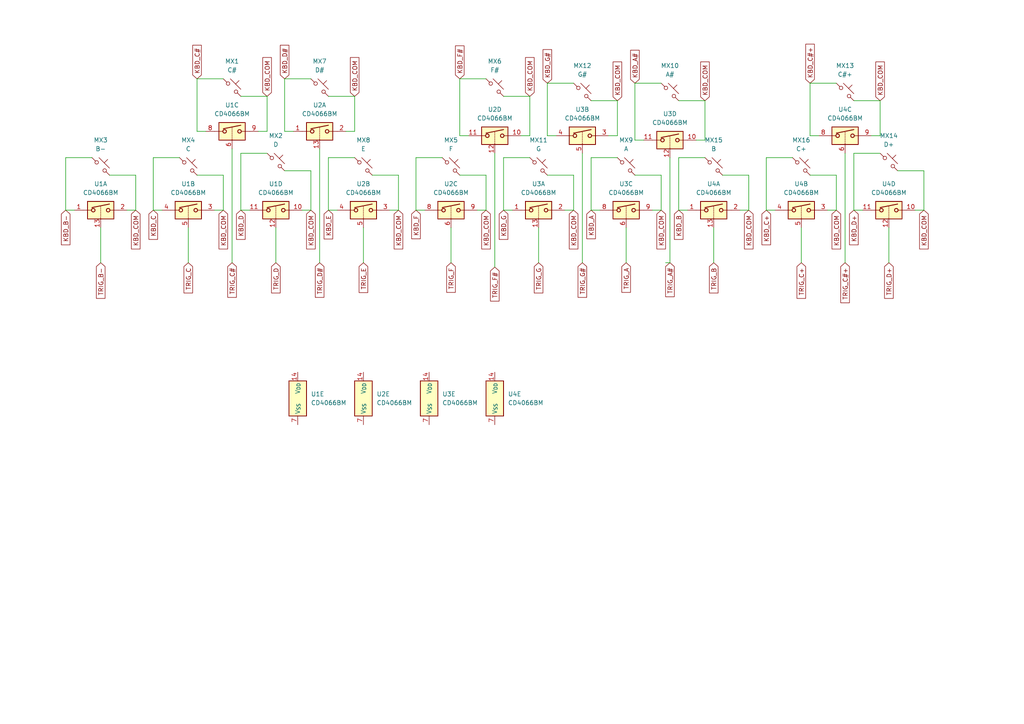
<source format=kicad_sch>
(kicad_sch (version 20231120) (generator "eeschema") (generator_version "8.0")
  (paper "A4")
  (title_block (title "Audio Thing Template") (rev "1.0") (company "velvia-fifty") (comment 1 "https://github.com/velvia-fifty/AudioThings") (comment 2 "You should have changed this already :)") (comment 4 "Stay humble"))
  (lib_symbols
    (symbol "Analog_Switch:CD4066BM"
      (property "Reference" "U" (at -5.08 3.81 0))
      (property "Value" "CD4066BM" (at 7.62 3.81 0))
      (symbol "CD4066BM_1_1"
        (rectangle (start -3.81 2.54) (end 3.81 -2.54) (stroke (width 0.254)) (fill (type background)))
        (circle (center -2.159 0) (radius 0.508) (stroke (width 0.254)))
        (polyline (pts (xy -5.08 0) (xy -2.794 0)))
        (polyline (pts (xy -2.54 0.762) (xy 2.54 1.778)) (stroke (width 0.254)))
        (polyline (pts (xy 0 -2.54) (xy 0 -2.032)))
        (polyline (pts (xy 0 -1.778) (xy 0 -1.524)))
        (polyline (pts (xy 0 -1.27) (xy 0 -1.016)))
        (polyline (pts (xy 0 -0.762) (xy 0 -0.508)))
        (polyline (pts (xy 0 -0.254) (xy 0 0)))
        (polyline (pts (xy 0 0.254) (xy 0 0.508)))
        (polyline (pts (xy 0 0.762) (xy 0 1.016)))
        (polyline (pts (xy 5.08 0) (xy 2.794 0)))
        (circle (center 2.159 0) (radius 0.508) (stroke (width 0.254)))
        (pin bidirectional line (at -7.62 0 0) (length 2.54) (name "~") (number "1"))
        (pin input line (at 0 -5.08 90) (length 2.54) (name "~") (number "13"))
        (pin bidirectional line (at 7.62 0 180) (length 2.54) (name "~") (number "2"))
      )
      (symbol "CD4066BM_2_1"
        (rectangle (start -3.81 2.54) (end 3.81 -2.54) (stroke (width 0.254)) (fill (type background)))
        (circle (center -2.159 0) (radius 0.508) (stroke (width 0.254)))
        (polyline (pts (xy -5.08 0) (xy -2.794 0)))
        (polyline (pts (xy -2.54 0.762) (xy 2.54 1.778)) (stroke (width 0.254)))
        (polyline (pts (xy 0 -2.54) (xy 0 -2.032)))
        (polyline (pts (xy 0 -1.778) (xy 0 -1.524)))
        (polyline (pts (xy 0 -1.27) (xy 0 -1.016)))
        (polyline (pts (xy 0 -0.762) (xy 0 -0.508)))
        (polyline (pts (xy 0 -0.254) (xy 0 0)))
        (polyline (pts (xy 0 0.254) (xy 0 0.508)))
        (polyline (pts (xy 0 0.762) (xy 0 1.016)))
        (polyline (pts (xy 5.08 0) (xy 2.794 0)))
        (circle (center 2.159 0) (radius 0.508) (stroke (width 0.254)))
        (pin bidirectional line (at 7.62 0 180) (length 2.54) (name "~") (number "3"))
        (pin bidirectional line (at -7.62 0 0) (length 2.54) (name "~") (number "4"))
        (pin input line (at 0 -5.08 90) (length 2.54) (name "~") (number "5"))
      )
      (symbol "CD4066BM_3_1"
        (rectangle (start -3.81 2.54) (end 3.81 -2.54) (stroke (width 0.254)) (fill (type background)))
        (circle (center -2.159 0) (radius 0.508) (stroke (width 0.254)))
        (polyline (pts (xy -5.08 0) (xy -2.794 0)))
        (polyline (pts (xy -2.54 0.762) (xy 2.54 1.778)) (stroke (width 0.254)))
        (polyline (pts (xy 0 -2.54) (xy 0 -2.032)))
        (polyline (pts (xy 0 -1.778) (xy 0 -1.524)))
        (polyline (pts (xy 0 -1.27) (xy 0 -1.016)))
        (polyline (pts (xy 0 -0.762) (xy 0 -0.508)))
        (polyline (pts (xy 0 -0.254) (xy 0 0)))
        (polyline (pts (xy 0 0.254) (xy 0 0.508)))
        (polyline (pts (xy 0 0.762) (xy 0 1.016)))
        (polyline (pts (xy 5.08 0) (xy 2.794 0)))
        (circle (center 2.159 0) (radius 0.508) (stroke (width 0.254)))
        (pin input line (at 0 -5.08 90) (length 2.54) (name "~") (number "6"))
        (pin bidirectional line (at -7.62 0 0) (length 2.54) (name "~") (number "8"))
        (pin bidirectional line (at 7.62 0 180) (length 2.54) (name "~") (number "9"))
      )
      (symbol "CD4066BM_4_1"
        (rectangle (start -3.81 2.54) (end 3.81 -2.54) (stroke (width 0.254)) (fill (type background)))
        (circle (center -2.159 0) (radius 0.508) (stroke (width 0.254)))
        (polyline (pts (xy -5.08 0) (xy -2.794 0)))
        (polyline (pts (xy -2.54 0.762) (xy 2.54 1.778)) (stroke (width 0.254)))
        (polyline (pts (xy 0 -2.54) (xy 0 -2.032)))
        (polyline (pts (xy 0 -1.778) (xy 0 -1.524)))
        (polyline (pts (xy 0 -1.27) (xy 0 -1.016)))
        (polyline (pts (xy 0 -0.762) (xy 0 -0.508)))
        (polyline (pts (xy 0 -0.254) (xy 0 0)))
        (polyline (pts (xy 0 0.254) (xy 0 0.508)))
        (polyline (pts (xy 0 0.762) (xy 0 1.016)))
        (polyline (pts (xy 5.08 0) (xy 2.794 0)))
        (circle (center 2.159 0) (radius 0.508) (stroke (width 0.254)))
        (pin bidirectional line (at 7.62 0 180) (length 2.54) (name "~") (number "10"))
        (pin bidirectional line (at -7.62 0 0) (length 2.54) (name "~") (number "11"))
        (pin input line (at 0 -5.08 90) (length 2.54) (name "~") (number "12"))
      )
      (symbol "CD4066BM_5_1"
        (rectangle (start -2.54 5.08) (end 2.54 -5.08) (stroke (width 0.254)) (fill (type background)))
        (pin power_in line (at 0 7.62 270) (length 2.54) (name "V_{DD}") (number "14"))
        (pin power_in line (at 0 -7.62 90) (length 2.54) (name "V_{SS}") (number "7"))
      )
    )
    (symbol "PCM_marbastlib-mx:MX_SW_HS_CPG151101S11" (pin_numbers hide) (pin_names (offset 1.016) hide)
      (property "Reference" "MX" (at 3.048 1.016 0))
      (property "Value" "MX_SW_HS" (at 0 -3.81 0))
      (symbol "MX_SW_HS_CPG151101S11_0_1"
        (circle (center -1.1684 1.1684) (radius 0.508))
        (polyline (pts (xy -0.508 2.54) (xy 2.54 -0.508)))
        (polyline (pts (xy 1.016 1.016) (xy 2.032 2.032)))
        (polyline (pts (xy -2.54 2.54) (xy -1.524 1.524) (xy -1.524 1.524)))
        (polyline (pts (xy 1.524 -1.524) (xy 2.54 -2.54) (xy 2.54 -2.54) (xy 2.54 -2.54)))
        (circle (center 1.143 -1.1938) (radius 0.508))
        (pin passive line (at -2.54 2.54 0) (length 0) (name "1") (number "1"))
        (pin passive line (at 2.54 -2.54 180) (length 0) (name "2") (number "2"))
      )
    )
  )
  (wire (pts (xy 163.83 60.96) (xy 166.37 60.96)))
  (wire (pts (xy 176.53 39.37) (xy 179.07 39.37)))
  (wire (pts (xy 113.03 60.96) (xy 115.57 60.96)))
  (wire (pts (xy 222.25 60.96) (xy 222.25 45.72)))
  (wire (pts (xy 39.37 50.8) (xy 31.75 50.8)))
  (wire (pts (xy 92.71 43.18) (xy 92.71 76.2)))
  (wire (pts (xy 29.21 66.04) (xy 29.21 76.2)))
  (wire (pts (xy 140.97 60.96) (xy 138.43 60.96)))
  (wire (pts (xy 130.81 66.04) (xy 130.81 76.2)))
  (wire (pts (xy 102.87 38.1) (xy 102.87 27.94)))
  (wire (pts (xy 77.47 38.1) (xy 74.93 38.1)))
  (wire (pts (xy 196.85 60.96) (xy 199.39 60.96)))
  (wire (pts (xy 166.37 60.96) (xy 166.37 50.8)))
  (wire (pts (xy 95.25 45.72) (xy 102.87 45.72)))
  (wire (pts (xy 135.89 39.37) (xy 133.35 39.37)))
  (wire (pts (xy 255.27 39.37) (xy 252.73 39.37)))
  (wire (pts (xy 217.17 50.8) (xy 209.55 50.8)))
  (wire (pts (xy 80.01 66.04) (xy 80.01 76.2)))
  (wire (pts (xy 204.47 29.21) (xy 204.47 40.64)))
  (wire (pts (xy 267.97 60.96) (xy 265.43 60.96)))
  (wire (pts (xy 67.31 43.18) (xy 67.31 76.2)))
  (wire (pts (xy 120.65 60.96) (xy 123.19 60.96)))
  (wire (pts (xy 82.55 22.86) (xy 82.55 38.1)))
  (wire (pts (xy 267.97 49.53) (xy 267.97 60.96)))
  (wire (pts (xy 204.47 40.64) (xy 201.93 40.64)))
  (wire (pts (xy 168.91 44.45) (xy 168.91 76.2)))
  (wire (pts (xy 232.41 66.04) (xy 232.41 76.2)))
  (wire (pts (xy 69.85 44.45) (xy 77.47 44.45)))
  (wire (pts (xy 82.55 38.1) (xy 85.09 38.1)))
  (wire (pts (xy 133.35 39.37) (xy 133.35 22.86)))
  (wire (pts (xy 222.25 45.72) (xy 229.87 45.72)))
  (wire (pts (xy 186.69 40.64) (xy 184.15 40.64)))
  (wire (pts (xy 245.11 44.45) (xy 245.11 76.2)))
  (wire (pts (xy 214.63 60.96) (xy 217.17 60.96)))
  (wire (pts (xy 184.15 24.13) (xy 191.77 24.13)))
  (wire (pts (xy 196.85 29.21) (xy 204.47 29.21)))
  (wire (pts (xy 57.15 38.1) (xy 59.69 38.1)))
  (wire (pts (xy 247.65 60.96) (xy 247.65 44.45)))
  (wire (pts (xy 156.21 66.04) (xy 156.21 76.2)))
  (wire (pts (xy 171.45 60.96) (xy 173.99 60.96)))
  (wire (pts (xy 240.03 60.96) (xy 242.57 60.96)))
  (wire (pts (xy 184.15 50.8) (xy 191.77 50.8)))
  (wire (pts (xy 115.57 50.8) (xy 107.95 50.8)))
  (wire (pts (xy 158.75 24.13) (xy 166.37 24.13)))
  (wire (pts (xy 46.99 60.96) (xy 44.45 60.96)))
  (wire (pts (xy 247.65 44.45) (xy 255.27 44.45)))
  (wire (pts (xy 204.47 45.72) (xy 196.85 45.72)))
  (wire (pts (xy 181.61 66.04) (xy 181.61 76.2)))
  (wire (pts (xy 171.45 45.72) (xy 171.45 60.96)))
  (wire (pts (xy 64.77 60.96) (xy 64.77 50.8)))
  (wire (pts (xy 161.29 39.37) (xy 158.75 39.37)))
  (wire (pts (xy 146.05 45.72) (xy 146.05 60.96)))
  (wire (pts (xy 234.95 24.13) (xy 234.95 39.37)))
  (wire (pts (xy 194.31 45.72) (xy 194.31 76.2)))
  (wire (pts (xy 97.79 60.96) (xy 95.25 60.96)))
  (wire (pts (xy 26.67 45.72) (xy 19.05 45.72)))
  (wire (pts (xy 242.57 24.13) (xy 234.95 24.13)))
  (wire (pts (xy 133.35 50.8) (xy 140.97 50.8)))
  (wire (pts (xy 64.77 22.86) (xy 57.15 22.86)))
  (wire (pts (xy 196.85 45.72) (xy 196.85 60.96)))
  (wire (pts (xy 62.23 60.96) (xy 64.77 60.96)))
  (wire (pts (xy 36.83 60.96) (xy 39.37 60.96)))
  (wire (pts (xy 179.07 29.21) (xy 171.45 29.21)))
  (wire (pts (xy 158.75 39.37) (xy 158.75 24.13)))
  (wire (pts (xy 153.67 45.72) (xy 146.05 45.72)))
  (wire (pts (xy 82.55 49.53) (xy 90.17 49.53)))
  (wire (pts (xy 242.57 60.96) (xy 242.57 50.8)))
  (wire (pts (xy 191.77 50.8) (xy 191.77 60.96)))
  (wire (pts (xy 184.15 40.64) (xy 184.15 24.13)))
  (wire (pts (xy 153.67 27.94) (xy 153.67 39.37)))
  (wire (pts (xy 44.45 45.72) (xy 52.07 45.72)))
  (wire (pts (xy 247.65 29.21) (xy 255.27 29.21)))
  (wire (pts (xy 255.27 29.21) (xy 255.27 39.37)))
  (wire (pts (xy 128.27 45.72) (xy 120.65 45.72)))
  (wire (pts (xy 100.33 38.1) (xy 102.87 38.1)))
  (wire (pts (xy 54.61 66.04) (xy 54.61 76.2)))
  (wire (pts (xy 143.51 44.45) (xy 143.51 77.47)))
  (wire (pts (xy 39.37 60.96) (xy 39.37 50.8)))
  (wire (pts (xy 224.79 60.96) (xy 222.25 60.96)))
  (wire (pts (xy 234.95 39.37) (xy 237.49 39.37)))
  (wire (pts (xy 90.17 60.96) (xy 87.63 60.96)))
  (wire (pts (xy 242.57 50.8) (xy 234.95 50.8)))
  (wire (pts (xy 179.07 45.72) (xy 171.45 45.72)))
  (wire (pts (xy 133.35 22.86) (xy 140.97 22.86)))
  (wire (pts (xy 77.47 27.94) (xy 77.47 38.1)))
  (wire (pts (xy 102.87 27.94) (xy 95.25 27.94)))
  (wire (pts (xy 69.85 27.94) (xy 77.47 27.94)))
  (wire (pts (xy 64.77 50.8) (xy 57.15 50.8)))
  (wire (pts (xy 250.19 60.96) (xy 247.65 60.96)))
  (wire (pts (xy 57.15 22.86) (xy 57.15 38.1)))
  (wire (pts (xy 257.81 66.04) (xy 257.81 76.2)))
  (wire (pts (xy 193.04 76.2) (xy 194.31 76.2)))
  (wire (pts (xy 191.77 60.96) (xy 189.23 60.96)))
  (wire (pts (xy 140.97 50.8) (xy 140.97 60.96)))
  (wire (pts (xy 69.85 60.96) (xy 69.85 44.45)))
  (wire (pts (xy 166.37 50.8) (xy 158.75 50.8)))
  (wire (pts (xy 207.01 66.04) (xy 207.01 76.2)))
  (wire (pts (xy 105.41 66.04) (xy 105.41 76.2)))
  (wire (pts (xy 217.17 60.96) (xy 217.17 50.8)))
  (wire (pts (xy 95.25 60.96) (xy 95.25 45.72)))
  (wire (pts (xy 72.39 60.96) (xy 69.85 60.96)))
  (wire (pts (xy 179.07 39.37) (xy 179.07 29.21)))
  (wire (pts (xy 146.05 60.96) (xy 148.59 60.96)))
  (wire (pts (xy 44.45 60.96) (xy 44.45 45.72)))
  (wire (pts (xy 115.57 60.96) (xy 115.57 50.8)))
  (wire (pts (xy 90.17 49.53) (xy 90.17 60.96)))
  (wire (pts (xy 90.17 22.86) (xy 82.55 22.86)))
  (wire (pts (xy 120.65 45.72) (xy 120.65 60.96)))
  (wire (pts (xy 19.05 60.96) (xy 21.59 60.96)))
  (wire (pts (xy 19.05 45.72) (xy 19.05 60.96)))
  (wire (pts (xy 260.35 49.53) (xy 267.97 49.53)))
  (wire (pts (xy 153.67 39.37) (xy 151.13 39.37)))
  (wire (pts (xy 146.05 27.94) (xy 153.67 27.94)))
  (global_label "TRIG_G" (shape input) (at 156.21 76.2 270) (property "Intersheetrefs" "${INTERSHEET_REFS}" (effects (hide yes))))
  (global_label "KBD_B-" (shape input) (at 19.05 60.96 270) (property "Intersheetrefs" "${INTERSHEET_REFS}" (effects (hide yes))))
  (global_label "TRIG_D" (shape input) (at 80.01 76.2 270) (property "Intersheetrefs" "${INTERSHEET_REFS}" (effects (hide yes))))
  (global_label "KBD_COM" (shape input) (at 153.67 27.94 90) (property "Intersheetrefs" "${INTERSHEET_REFS}" (effects (hide yes))))
  (global_label "KBD_COM" (shape input) (at 204.47 29.21 90) (property "Intersheetrefs" "${INTERSHEET_REFS}" (effects (hide yes))))
  (global_label "KBD_G" (shape input) (at 146.05 60.96 270) (property "Intersheetrefs" "${INTERSHEET_REFS}" (effects (hide yes))))
  (global_label "KBD_COM" (shape input) (at 39.37 60.96 270) (property "Intersheetrefs" "${INTERSHEET_REFS}" (effects (hide yes))))
  (global_label "KBD_D" (shape input) (at 69.85 60.96 270) (property "Intersheetrefs" "${INTERSHEET_REFS}" (effects (hide yes))))
  (global_label "KBD_G#" (shape input) (at 158.75 24.13 90) (property "Intersheetrefs" "${INTERSHEET_REFS}" (effects (hide yes))))
  (global_label "KBD_COM" (shape input) (at 102.87 27.94 90) (property "Intersheetrefs" "${INTERSHEET_REFS}" (effects (hide yes))))
  (global_label "TRIG_G#" (shape input) (at 168.91 76.2 270) (property "Intersheetrefs" "${INTERSHEET_REFS}" (effects (hide yes))))
  (global_label "KBD_COM" (shape input) (at 115.57 60.96 270) (property "Intersheetrefs" "${INTERSHEET_REFS}" (effects (hide yes))))
  (global_label "KBD_COM" (shape input) (at 64.77 60.96 270) (property "Intersheetrefs" "${INTERSHEET_REFS}" (effects (hide yes))))
  (global_label "KBD_B" (shape input) (at 196.85 60.96 270) (property "Intersheetrefs" "${INTERSHEET_REFS}" (effects (hide yes))))
  (global_label "KBD_A" (shape input) (at 171.45 60.96 270) (property "Intersheetrefs" "${INTERSHEET_REFS}" (effects (hide yes))))
  (global_label "TRIG_E" (shape input) (at 105.41 76.2 270) (property "Intersheetrefs" "${INTERSHEET_REFS}" (effects (hide yes))))
  (global_label "TRIG_D+" (shape input) (at 257.81 76.2 270) (property "Intersheetrefs" "${INTERSHEET_REFS}" (effects (hide yes))))
  (global_label "TRIG_C#" (shape input) (at 67.31 76.2 270) (property "Intersheetrefs" "${INTERSHEET_REFS}" (effects (hide yes))))
  (global_label "TRIG_B-" (shape input) (at 29.21 76.2 270) (property "Intersheetrefs" "${INTERSHEET_REFS}" (effects (hide yes))))
  (global_label "TRIG_C#+" (shape input) (at 245.11 76.2 270) (property "Intersheetrefs" "${INTERSHEET_REFS}" (effects (hide yes))))
  (global_label "KBD_A#" (shape input) (at 184.15 24.13 90) (property "Intersheetrefs" "${INTERSHEET_REFS}" (effects (hide yes))))
  (global_label "TRIG_A" (shape input) (at 181.61 76.2 270) (property "Intersheetrefs" "${INTERSHEET_REFS}" (effects (hide yes))))
  (global_label "TRIG_A#" (shape input) (at 194.31 76.2 270) (property "Intersheetrefs" "${INTERSHEET_REFS}" (effects (hide yes))))
  (global_label "KBD_COM" (shape input) (at 140.97 60.96 270) (property "Intersheetrefs" "${INTERSHEET_REFS}" (effects (hide yes))))
  (global_label "KBD_COM" (shape input) (at 166.37 60.96 270) (property "Intersheetrefs" "${INTERSHEET_REFS}" (effects (hide yes))))
  (global_label "KBD_COM" (shape input) (at 255.27 29.21 90) (property "Intersheetrefs" "${INTERSHEET_REFS}" (effects (hide yes))))
  (global_label "KBD_C+" (shape input) (at 222.25 60.96 270) (property "Intersheetrefs" "${INTERSHEET_REFS}" (effects (hide yes))))
  (global_label "TRIG_C+" (shape input) (at 232.41 76.2 270) (property "Intersheetrefs" "${INTERSHEET_REFS}" (effects (hide yes))))
  (global_label "KBD_F#" (shape input) (at 133.35 22.86 90) (property "Intersheetrefs" "${INTERSHEET_REFS}" (effects (hide yes))))
  (global_label "KBD_COM" (shape input) (at 242.57 60.96 270) (property "Intersheetrefs" "${INTERSHEET_REFS}" (effects (hide yes))))
  (global_label "KBD_COM" (shape input) (at 191.77 60.96 270) (property "Intersheetrefs" "${INTERSHEET_REFS}" (effects (hide yes))))
  (global_label "KBD_C#+" (shape input) (at 234.95 24.13 90) (property "Intersheetrefs" "${INTERSHEET_REFS}" (effects (hide yes))))
  (global_label "KBD_COM" (shape input) (at 90.17 60.96 270) (property "Intersheetrefs" "${INTERSHEET_REFS}" (effects (hide yes))))
  (global_label "TRIG_F#" (shape input) (at 143.51 77.47 270) (property "Intersheetrefs" "${INTERSHEET_REFS}" (effects (hide yes))))
  (global_label "KBD_F" (shape input) (at 120.65 60.96 270) (property "Intersheetrefs" "${INTERSHEET_REFS}" (effects (hide yes))))
  (global_label "KBD_COM" (shape input) (at 179.07 29.21 90) (property "Intersheetrefs" "${INTERSHEET_REFS}" (effects (hide yes))))
  (global_label "TRIG_F" (shape input) (at 130.81 76.2 270) (property "Intersheetrefs" "${INTERSHEET_REFS}" (effects (hide yes))))
  (global_label "KBD_COM" (shape input) (at 77.47 27.94 90) (property "Intersheetrefs" "${INTERSHEET_REFS}" (effects (hide yes))))
  (global_label "KBD_COM" (shape input) (at 267.97 60.96 270) (property "Intersheetrefs" "${INTERSHEET_REFS}" (effects (hide yes))))
  (global_label "KBD_D#" (shape input) (at 82.55 22.86 90) (property "Intersheetrefs" "${INTERSHEET_REFS}" (effects (hide yes))))
  (global_label "TRIG_D#" (shape input) (at 92.71 76.2 270) (property "Intersheetrefs" "${INTERSHEET_REFS}" (effects (hide yes))))
  (global_label "KBD_E" (shape input) (at 95.25 60.96 270) (property "Intersheetrefs" "${INTERSHEET_REFS}" (effects (hide yes))))
  (global_label "KBD_COM" (shape input) (at 217.17 60.96 270) (property "Intersheetrefs" "${INTERSHEET_REFS}" (effects (hide yes))))
  (global_label "KBD_C" (shape input) (at 44.45 60.96 270) (property "Intersheetrefs" "${INTERSHEET_REFS}" (effects (hide yes))))
  (global_label "TRIG_C" (shape input) (at 54.61 76.2 270) (property "Intersheetrefs" "${INTERSHEET_REFS}" (effects (hide yes))))
  (global_label "KBD_D+" (shape input) (at 247.65 60.96 270) (property "Intersheetrefs" "${INTERSHEET_REFS}" (effects (hide yes))))
  (global_label "TRIG_B" (shape input) (at 207.01 76.2 270) (property "Intersheetrefs" "${INTERSHEET_REFS}" (effects (hide yes))))
  (global_label "KBD_C#" (shape input) (at 57.15 22.86 90) (property "Intersheetrefs" "${INTERSHEET_REFS}" (effects (hide yes))))
  (symbol (lib_id "Analog_Switch:CD4066BM") (at 232.41 60.96 0) (unit 2)
    (property "Reference" "U4" (at 232.41 53.34 0))
    (property "Value" "CD4066BM" (at 232.41 55.88 0))
    (property "Footprint" "Package_SO:TSSOP-14_4.4x5mm_P0.65mm" (effects (hide yes)))
    (property "Datasheet" "https://www.ti.com/lit/ds/symlink/cd4066b.pdf" (effects (hide yes)))
    (property "Description" "Quad 20V analog SPST 1:1 switch, SO-14 (3.9x8.65mm)" (effects (hide yes)))
  )
  (symbol (lib_id "PCM_marbastlib-mx:MX_SW_HS_CPG151101S11") (at 143.51 25.4 0) (unit 1)
    (property "Reference" "MX6" (at 143.51 17.78 0))
    (property "Value" "F#" (at 143.51 20.32 0))
    (property "Footprint" "PCM_marbastlib-mx:SW_MX_HS_CPG151101S11_1u" (effects (hide yes)))
    (property "Description" "Push button switch, normally open, two pins, 45° tilted, Kailh CPG151101S11 for Cherry MX style switches" (effects (hide yes)))
  )
  (symbol (lib_id "Analog_Switch:CD4066BM") (at 54.61 60.96 0) (unit 2)
    (property "Reference" "U1" (at 54.61 53.34 0))
    (property "Value" "CD4066BM" (at 54.61 55.88 0))
    (property "Footprint" "Package_SO:TSSOP-14_4.4x5mm_P0.65mm" (effects (hide yes)))
    (property "Datasheet" "https://www.ti.com/lit/ds/symlink/cd4066b.pdf" (effects (hide yes)))
    (property "Description" "Quad 20V analog SPST 1:1 switch, SO-14 (3.9x8.65mm)" (effects (hide yes)))
  )
  (symbol (lib_id "PCM_marbastlib-mx:MX_SW_HS_CPG151101S11") (at 168.91 26.67 0) (unit 1)
    (property "Reference" "MX12" (at 168.91 19.05 0))
    (property "Value" "G#" (at 168.91 21.59 0))
    (property "Footprint" "PCM_marbastlib-mx:SW_MX_HS_CPG151101S11_1u" (effects (hide yes)))
    (property "Description" "Push button switch, normally open, two pins, 45° tilted, Kailh CPG151101S11 for Cherry MX style switches" (effects (hide yes)))
  )
  (symbol (lib_id "Analog_Switch:CD4066BM") (at 86.36 115.57 0) (unit 5)
    (property "Reference" "U1" (at 90.17 114.2999 0) (effects (justify left)))
    (property "Value" "CD4066BM" (at 90.17 116.8399 0) (effects (justify left)))
    (property "Footprint" "Package_SO:TSSOP-14_4.4x5mm_P0.65mm" (effects (hide yes)))
    (property "Datasheet" "https://www.ti.com/lit/ds/symlink/cd4066b.pdf" (effects (hide yes)))
    (property "Description" "Quad 20V analog SPST 1:1 switch, SO-14 (3.9x8.65mm)" (effects (hide yes)))
  )
  (symbol (lib_id "PCM_marbastlib-mx:MX_SW_HS_CPG151101S11") (at 245.11 26.67 0) (unit 1)
    (property "Reference" "MX13" (at 245.11 19.05 0))
    (property "Value" "C#+" (at 245.11 21.59 0))
    (property "Footprint" "PCM_marbastlib-mx:SW_MX_HS_CPG151101S11_1u" (effects (hide yes)))
    (property "Description" "Push button switch, normally open, two pins, 45° tilted, Kailh CPG151101S11 for Cherry MX style switches" (effects (hide yes)))
  )
  (symbol (lib_id "PCM_marbastlib-mx:MX_SW_HS_CPG151101S11") (at 156.21 48.26 0) (unit 1)
    (property "Reference" "MX11" (at 156.21 40.64 0))
    (property "Value" "G" (at 156.21 43.18 0))
    (property "Footprint" "PCM_marbastlib-mx:SW_MX_HS_CPG151101S11_1u" (effects (hide yes)))
    (property "Description" "Push button switch, normally open, two pins, 45° tilted, Kailh CPG151101S11 for Cherry MX style switches" (effects (hide yes)))
  )
  (symbol (lib_id "Analog_Switch:CD4066BM") (at 124.46 115.57 0) (unit 5)
    (property "Reference" "U3" (at 128.27 114.2999 0) (effects (justify left)))
    (property "Value" "CD4066BM" (at 128.27 116.8399 0) (effects (justify left)))
    (property "Footprint" "Package_SO:TSSOP-14_4.4x5mm_P0.65mm" (effects (hide yes)))
    (property "Datasheet" "https://www.ti.com/lit/ds/symlink/cd4066b.pdf" (effects (hide yes)))
    (property "Description" "Quad 20V analog SPST 1:1 switch, SO-14 (3.9x8.65mm)" (effects (hide yes)))
  )
  (symbol (lib_id "Analog_Switch:CD4066BM") (at 168.91 39.37 0) (unit 2)
    (property "Reference" "U3" (at 168.91 31.75 0))
    (property "Value" "CD4066BM" (at 168.91 34.29 0))
    (property "Footprint" "Package_SO:TSSOP-14_4.4x5mm_P0.65mm" (effects (hide yes)))
    (property "Datasheet" "https://www.ti.com/lit/ds/symlink/cd4066b.pdf" (effects (hide yes)))
    (property "Description" "Quad 20V analog SPST 1:1 switch, SO-14 (3.9x8.65mm)" (effects (hide yes)))
  )
  (symbol (lib_id "PCM_marbastlib-mx:MX_SW_HS_CPG151101S11") (at 54.61 48.26 0) (unit 1)
    (property "Reference" "MX4" (at 54.61 40.64 0))
    (property "Value" "C" (at 54.61 43.18 0))
    (property "Footprint" "PCM_marbastlib-mx:SW_MX_HS_CPG151101S11_1u" (effects (hide yes)))
    (property "Description" "Push button switch, normally open, two pins, 45° tilted, Kailh CPG151101S11 for Cherry MX style switches" (effects (hide yes)))
  )
  (symbol (lib_id "Analog_Switch:CD4066BM") (at 92.71 38.1 0) (unit 1)
    (property "Reference" "U2" (at 92.71 30.48 0))
    (property "Value" "CD4066BM" (at 92.71 33.02 0))
    (property "Footprint" "Package_SO:TSSOP-14_4.4x5mm_P0.65mm" (effects (hide yes)))
    (property "Datasheet" "https://www.ti.com/lit/ds/symlink/cd4066b.pdf" (effects (hide yes)))
    (property "Description" "Quad 20V analog SPST 1:1 switch, SO-14 (3.9x8.65mm)" (effects (hide yes)))
  )
  (symbol (lib_id "Analog_Switch:CD4066BM") (at 105.41 115.57 0) (unit 5)
    (property "Reference" "U2" (at 109.22 114.2999 0) (effects (justify left)))
    (property "Value" "CD4066BM" (at 109.22 116.8399 0) (effects (justify left)))
    (property "Footprint" "Package_SO:TSSOP-14_4.4x5mm_P0.65mm" (effects (hide yes)))
    (property "Datasheet" "https://www.ti.com/lit/ds/symlink/cd4066b.pdf" (effects (hide yes)))
    (property "Description" "Quad 20V analog SPST 1:1 switch, SO-14 (3.9x8.65mm)" (effects (hide yes)))
  )
  (symbol (lib_id "PCM_marbastlib-mx:MX_SW_HS_CPG151101S11") (at 181.61 48.26 0) (unit 1)
    (property "Reference" "MX9" (at 181.61 40.64 0))
    (property "Value" "A" (at 181.61 43.18 0))
    (property "Footprint" "PCM_marbastlib-mx:SW_MX_HS_CPG151101S11_1u" (effects (hide yes)))
    (property "Description" "Push button switch, normally open, two pins, 45° tilted, Kailh CPG151101S11 for Cherry MX style switches" (effects (hide yes)))
  )
  (symbol (lib_id "PCM_marbastlib-mx:MX_SW_HS_CPG151101S11") (at 29.21 48.26 0) (unit 1)
    (property "Reference" "MX3" (at 29.21 40.64 0))
    (property "Value" "B-" (at 29.21 43.18 0))
    (property "Footprint" "PCM_marbastlib-mx:SW_MX_HS_CPG151101S11_1u" (effects (hide yes)))
    (property "Description" "Push button switch, normally open, two pins, 45° tilted, Kailh CPG151101S11 for Cherry MX style switches" (effects (hide yes)))
  )
  (symbol (lib_id "Analog_Switch:CD4066BM") (at 105.41 60.96 0) (unit 2)
    (property "Reference" "U2" (at 105.41 53.34 0))
    (property "Value" "CD4066BM" (at 105.41 55.88 0))
    (property "Footprint" "Package_SO:TSSOP-14_4.4x5mm_P0.65mm" (effects (hide yes)))
    (property "Datasheet" "https://www.ti.com/lit/ds/symlink/cd4066b.pdf" (effects (hide yes)))
    (property "Description" "Quad 20V analog SPST 1:1 switch, SO-14 (3.9x8.65mm)" (effects (hide yes)))
  )
  (symbol (lib_id "PCM_marbastlib-mx:MX_SW_HS_CPG151101S11") (at 194.31 26.67 0) (unit 1)
    (property "Reference" "MX10" (at 194.31 19.05 0))
    (property "Value" "A#" (at 194.31 21.59 0))
    (property "Footprint" "PCM_marbastlib-mx:SW_MX_HS_CPG151101S11_1u" (effects (hide yes)))
    (property "Description" "Push button switch, normally open, two pins, 45° tilted, Kailh CPG151101S11 for Cherry MX style switches" (effects (hide yes)))
  )
  (symbol (lib_id "Analog_Switch:CD4066BM") (at 143.51 115.57 0) (unit 5)
    (property "Reference" "U4" (at 147.32 114.2999 0) (effects (justify left)))
    (property "Value" "CD4066BM" (at 147.32 116.8399 0) (effects (justify left)))
    (property "Footprint" "Package_SO:TSSOP-14_4.4x5mm_P0.65mm" (effects (hide yes)))
    (property "Datasheet" "https://www.ti.com/lit/ds/symlink/cd4066b.pdf" (effects (hide yes)))
    (property "Description" "Quad 20V analog SPST 1:1 switch, SO-14 (3.9x8.65mm)" (effects (hide yes)))
  )
  (symbol (lib_id "PCM_marbastlib-mx:MX_SW_HS_CPG151101S11") (at 232.41 48.26 0) (unit 1)
    (property "Reference" "MX16" (at 232.41 40.64 0))
    (property "Value" "C+" (at 232.41 43.18 0))
    (property "Footprint" "PCM_marbastlib-mx:SW_MX_HS_CPG151101S11_1u" (effects (hide yes)))
    (property "Description" "Push button switch, normally open, two pins, 45° tilted, Kailh CPG151101S11 for Cherry MX style switches" (effects (hide yes)))
  )
  (symbol (lib_id "Analog_Switch:CD4066BM") (at 80.01 60.96 0) (unit 4)
    (property "Reference" "U1" (at 80.01 53.34 0))
    (property "Value" "CD4066BM" (at 80.01 55.88 0))
    (property "Footprint" "Package_SO:TSSOP-14_4.4x5mm_P0.65mm" (effects (hide yes)))
    (property "Datasheet" "https://www.ti.com/lit/ds/symlink/cd4066b.pdf" (effects (hide yes)))
    (property "Description" "Quad 20V analog SPST 1:1 switch, SO-14 (3.9x8.65mm)" (effects (hide yes)))
  )
  (symbol (lib_id "PCM_marbastlib-mx:MX_SW_HS_CPG151101S11") (at 130.81 48.26 0) (unit 1)
    (property "Reference" "MX5" (at 130.81 40.64 0))
    (property "Value" "F" (at 130.81 43.18 0))
    (property "Footprint" "PCM_marbastlib-mx:SW_MX_HS_CPG151101S11_1u" (effects (hide yes)))
    (property "Description" "Push button switch, normally open, two pins, 45° tilted, Kailh CPG151101S11 for Cherry MX style switches" (effects (hide yes)))
  )
  (symbol (lib_id "PCM_marbastlib-mx:MX_SW_HS_CPG151101S11") (at 257.81 46.99 0) (unit 1)
    (property "Reference" "MX14" (at 257.81 39.37 0))
    (property "Value" "D+" (at 257.81 41.91 0))
    (property "Footprint" "PCM_marbastlib-mx:SW_MX_HS_CPG151101S11_1u" (effects (hide yes)))
    (property "Description" "Push button switch, normally open, two pins, 45° tilted, Kailh CPG151101S11 for Cherry MX style switches" (effects (hide yes)))
  )
  (symbol (lib_id "Analog_Switch:CD4066BM") (at 194.31 40.64 0) (unit 4)
    (property "Reference" "U3" (at 194.31 33.02 0))
    (property "Value" "CD4066BM" (at 194.31 35.56 0))
    (property "Footprint" "Package_SO:TSSOP-14_4.4x5mm_P0.65mm" (effects (hide yes)))
    (property "Datasheet" "https://www.ti.com/lit/ds/symlink/cd4066b.pdf" (effects (hide yes)))
    (property "Description" "Quad 20V analog SPST 1:1 switch, SO-14 (3.9x8.65mm)" (effects (hide yes)))
  )
  (symbol (lib_id "Analog_Switch:CD4066BM") (at 143.51 39.37 0) (unit 4)
    (property "Reference" "U2" (at 143.51 31.75 0))
    (property "Value" "CD4066BM" (at 143.51 34.29 0))
    (property "Footprint" "Package_SO:TSSOP-14_4.4x5mm_P0.65mm" (effects (hide yes)))
    (property "Datasheet" "https://www.ti.com/lit/ds/symlink/cd4066b.pdf" (effects (hide yes)))
    (property "Description" "Quad 20V analog SPST 1:1 switch, SO-14 (3.9x8.65mm)" (effects (hide yes)))
  )
  (symbol (lib_id "PCM_marbastlib-mx:MX_SW_HS_CPG151101S11") (at 80.01 46.99 0) (unit 1)
    (property "Reference" "MX2" (at 80.01 39.37 0))
    (property "Value" "D" (at 80.01 41.91 0))
    (property "Footprint" "PCM_marbastlib-mx:SW_MX_HS_CPG151101S11_1u" (effects (hide yes)))
    (property "Description" "Push button switch, normally open, two pins, 45° tilted, Kailh CPG151101S11 for Cherry MX style switches" (effects (hide yes)))
  )
  (symbol (lib_id "PCM_marbastlib-mx:MX_SW_HS_CPG151101S11") (at 67.31 25.4 0) (unit 1)
    (property "Reference" "MX1" (at 67.31 17.78 0))
    (property "Value" "C#" (at 67.31 20.32 0))
    (property "Footprint" "PCM_marbastlib-mx:SW_MX_HS_CPG151101S11_1u" (effects (hide yes)))
    (property "Description" "Push button switch, normally open, two pins, 45° tilted, Kailh CPG151101S11 for Cherry MX style switches" (effects (hide yes)))
  )
  (symbol (lib_id "PCM_marbastlib-mx:MX_SW_HS_CPG151101S11") (at 207.01 48.26 0) (unit 1)
    (property "Reference" "MX15" (at 207.01 40.64 0))
    (property "Value" "B" (at 207.01 43.18 0))
    (property "Footprint" "PCM_marbastlib-mx:SW_MX_HS_CPG151101S11_1u" (effects (hide yes)))
    (property "Description" "Push button switch, normally open, two pins, 45° tilted, Kailh CPG151101S11 for Cherry MX style switches" (effects (hide yes)))
  )
  (symbol (lib_id "Analog_Switch:CD4066BM") (at 156.21 60.96 0) (unit 1)
    (property "Reference" "U3" (at 156.21 53.34 0))
    (property "Value" "CD4066BM" (at 156.21 55.88 0))
    (property "Footprint" "Package_SO:TSSOP-14_4.4x5mm_P0.65mm" (effects (hide yes)))
    (property "Datasheet" "https://www.ti.com/lit/ds/symlink/cd4066b.pdf" (effects (hide yes)))
    (property "Description" "Quad 20V analog SPST 1:1 switch, SO-14 (3.9x8.65mm)" (effects (hide yes)))
  )
  (symbol (lib_id "Analog_Switch:CD4066BM") (at 207.01 60.96 0) (unit 1)
    (property "Reference" "U4" (at 207.01 53.34 0))
    (property "Value" "CD4066BM" (at 207.01 55.88 0))
    (property "Footprint" "Package_SO:TSSOP-14_4.4x5mm_P0.65mm" (effects (hide yes)))
    (property "Datasheet" "https://www.ti.com/lit/ds/symlink/cd4066b.pdf" (effects (hide yes)))
    (property "Description" "Quad 20V analog SPST 1:1 switch, SO-14 (3.9x8.65mm)" (effects (hide yes)))
  )
  (symbol (lib_id "Analog_Switch:CD4066BM") (at 67.31 38.1 0) (unit 3)
    (property "Reference" "U1" (at 67.31 30.48 0))
    (property "Value" "CD4066BM" (at 67.31 33.02 0))
    (property "Footprint" "Package_SO:TSSOP-14_4.4x5mm_P0.65mm" (effects (hide yes)))
    (property "Datasheet" "https://www.ti.com/lit/ds/symlink/cd4066b.pdf" (effects (hide yes)))
    (property "Description" "Quad 20V analog SPST 1:1 switch, SO-14 (3.9x8.65mm)" (effects (hide yes)))
  )
  (symbol (lib_id "Analog_Switch:CD4066BM") (at 181.61 60.96 0) (unit 3)
    (property "Reference" "U3" (at 181.61 53.34 0))
    (property "Value" "CD4066BM" (at 181.61 55.88 0))
    (property "Footprint" "Package_SO:TSSOP-14_4.4x5mm_P0.65mm" (effects (hide yes)))
    (property "Datasheet" "https://www.ti.com/lit/ds/symlink/cd4066b.pdf" (effects (hide yes)))
    (property "Description" "Quad 20V analog SPST 1:1 switch, SO-14 (3.9x8.65mm)" (effects (hide yes)))
  )
  (symbol (lib_id "PCM_marbastlib-mx:MX_SW_HS_CPG151101S11") (at 92.71 25.4 0) (unit 1)
    (property "Reference" "MX7" (at 92.71 17.78 0))
    (property "Value" "D#" (at 92.71 20.32 0))
    (property "Footprint" "PCM_marbastlib-mx:SW_MX_HS_CPG151101S11_1u" (effects (hide yes)))
    (property "Description" "Push button switch, normally open, two pins, 45° tilted, Kailh CPG151101S11 for Cherry MX style switches" (effects (hide yes)))
  )
  (symbol (lib_id "Analog_Switch:CD4066BM") (at 130.81 60.96 0) (unit 3)
    (property "Reference" "U2" (at 130.81 53.34 0))
    (property "Value" "CD4066BM" (at 130.81 55.88 0))
    (property "Footprint" "Package_SO:TSSOP-14_4.4x5mm_P0.65mm" (effects (hide yes)))
    (property "Datasheet" "https://www.ti.com/lit/ds/symlink/cd4066b.pdf" (effects (hide yes)))
    (property "Description" "Quad 20V analog SPST 1:1 switch, SO-14 (3.9x8.65mm)" (effects (hide yes)))
  )
  (symbol (lib_id "PCM_marbastlib-mx:MX_SW_HS_CPG151101S11") (at 105.41 48.26 0) (unit 1)
    (property "Reference" "MX8" (at 105.41 40.64 0))
    (property "Value" "E" (at 105.41 43.18 0))
    (property "Footprint" "PCM_marbastlib-mx:SW_MX_HS_CPG151101S11_1u" (effects (hide yes)))
    (property "Description" "Push button switch, normally open, two pins, 45° tilted, Kailh CPG151101S11 for Cherry MX style switches" (effects (hide yes)))
  )
  (symbol (lib_id "Analog_Switch:CD4066BM") (at 245.11 39.37 0) (unit 3)
    (property "Reference" "U4" (at 245.11 31.75 0))
    (property "Value" "CD4066BM" (at 245.11 34.29 0))
    (property "Footprint" "Package_SO:TSSOP-14_4.4x5mm_P0.65mm" (effects (hide yes)))
    (property "Datasheet" "https://www.ti.com/lit/ds/symlink/cd4066b.pdf" (effects (hide yes)))
    (property "Description" "Quad 20V analog SPST 1:1 switch, SO-14 (3.9x8.65mm)" (effects (hide yes)))
  )
  (symbol (lib_id "Analog_Switch:CD4066BM") (at 29.21 60.96 0) (unit 1)
    (property "Reference" "U1" (at 29.21 53.34 0))
    (property "Value" "CD4066BM" (at 29.21 55.88 0))
    (property "Footprint" "Package_SO:TSSOP-14_4.4x5mm_P0.65mm" (effects (hide yes)))
    (property "Datasheet" "https://www.ti.com/lit/ds/symlink/cd4066b.pdf" (effects (hide yes)))
    (property "Description" "Quad 20V analog SPST 1:1 switch, SO-14 (3.9x8.65mm)" (effects (hide yes)))
  )
  (symbol (lib_id "Analog_Switch:CD4066BM") (at 257.81 60.96 0) (unit 4)
    (property "Reference" "U4" (at 257.81 53.34 0))
    (property "Value" "CD4066BM" (at 257.81 55.88 0))
    (property "Footprint" "Package_SO:TSSOP-14_4.4x5mm_P0.65mm" (effects (hide yes)))
    (property "Datasheet" "https://www.ti.com/lit/ds/symlink/cd4066b.pdf" (effects (hide yes)))
    (property "Description" "Quad 20V analog SPST 1:1 switch, SO-14 (3.9x8.65mm)" (effects (hide yes)))
  )
)
</source>
